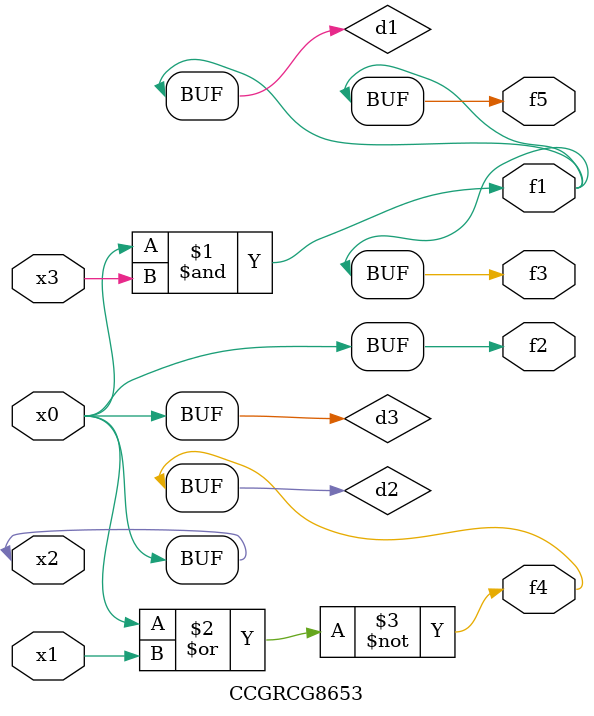
<source format=v>
module CCGRCG8653(
	input x0, x1, x2, x3,
	output f1, f2, f3, f4, f5
);

	wire d1, d2, d3;

	and (d1, x2, x3);
	nor (d2, x0, x1);
	buf (d3, x0, x2);
	assign f1 = d1;
	assign f2 = d3;
	assign f3 = d1;
	assign f4 = d2;
	assign f5 = d1;
endmodule

</source>
